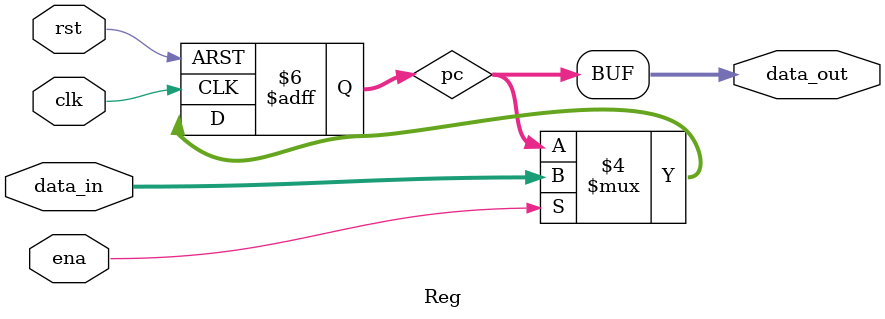
<source format=v>

`timescale 1ns / 1ps

module Reg(
    input clk, 
    input rst, 
    input ena, 
    input [31:0] data_in, 
    output [31:0] data_out 
    );

    reg [31:0] pc;

    always @ (posedge clk or posedge rst)
    begin
        if(rst == 1) begin
            pc <= 0;
        end

        else begin
            if(ena == 1) begin
                pc <= data_in;
            end
        end
    end
    
    assign data_out = pc;

endmodule
</source>
